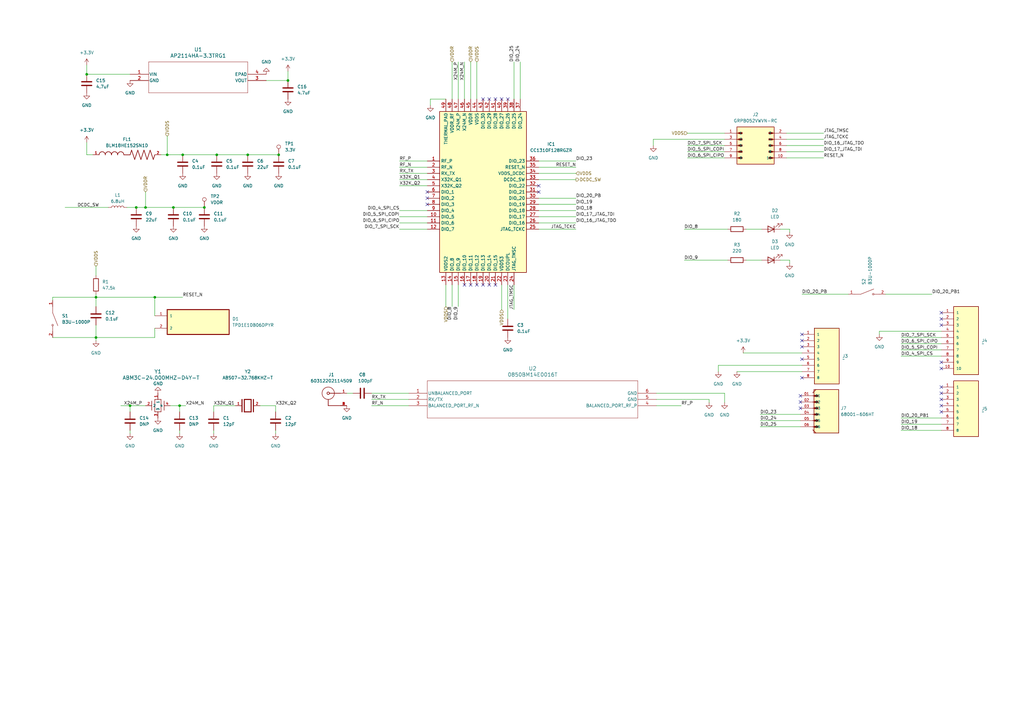
<source format=kicad_sch>
(kicad_sch (version 20230121) (generator eeschema)
  (paper "A3")
  (lib_symbols
    (symbol "10 pin header:6-146278-0" (pin_names (offset 1.016))
      (property "Reference" "J" (at -5.58 15.24 0))
      (property "Value" "6-146278-0" (at -5.08 -15.24 0))
      (symbol "6-146278-0_0_0"
        (pin passive line (at -10.16 12.7 0) (length 5.08) (name "1") (number "1"))
        (pin passive line (at -10.16 -10.16 0) (length 5.08) (name "10") (number "10"))
        (pin passive line (at -10.16 10.16 0) (length 5.08) (name "2") (number "2"))
        (pin passive line (at -10.16 7.62 0) (length 5.08) (name "3") (number "3"))
        (pin passive line (at -10.16 5.08 0) (length 5.08) (name "4") (number "4"))
        (pin passive line (at -10.16 2.54 0) (length 5.08) (name "5") (number "5"))
        (pin passive line (at -10.16 0 0) (length 5.08) (name "6") (number "6"))
        (pin passive line (at -10.16 -2.54 0) (length 5.08) (name "7") (number "7"))
        (pin passive line (at -10.16 -5.08 0) (length 5.08) (name "8") (number "8"))
        (pin passive line (at -10.16 -7.62 0) (length 5.08) (name "9") (number "9"))
      )
    )
    (symbol "2024-05-15_21-53-51:AP2114HA-3.3TRG1" (pin_names (offset 0.254))
      (property "Reference" "U" (at 27.94 10.16 0))
      (property "Value" "AP2114HA-3.3TRG1" (at 27.94 7.62 0))
      (symbol "AP2114HA-3.3TRG1_0_1"
        (pin input line (at 0 0 0) (length 7.62) (name "VIN") (number "1"))
        (pin power_in line (at 0 -2.54 0) (length 7.62) (name "GND") (number "2"))
        (pin output line (at 55.88 -2.54 180) (length 7.62) (name "VOUT") (number "3"))
        (pin unspecified line (at 55.88 0 180) (length 7.62) (name "EPAD") (number "4"))
      )
    )
    (symbol "6 pin:68001-606HT" (pin_names (offset 1.016))
      (property "Reference" "J" (at -5.58 10.16 0))
      (property "Value" "68001-606HT" (at -5.08 -10.16 0))
      (symbol "68001-606HT_0_0"
        (pin passive line (at -10.16 7.62 0) (length 5.08) (name "01") (number "01"))
        (pin passive line (at -10.16 5.08 0) (length 5.08) (name "02") (number "02"))
        (pin passive line (at -10.16 2.54 0) (length 5.08) (name "03") (number "03"))
        (pin passive line (at -10.16 0 0) (length 5.08) (name "04") (number "04"))
        (pin passive line (at -10.16 -2.54 0) (length 5.08) (name "05") (number "05"))
        (pin passive line (at -10.16 -5.08 0) (length 5.08) (name "06") (number "06"))
      )
    )
    (symbol "8 pin header:826926-8" (pin_names (offset 1.016))
      (property "Reference" "J" (at -5.58 12.7 0))
      (property "Value" "826926-8" (at -5.08 -12.7 0))
      (symbol "826926-8_0_0"
        (pin passive line (at -10.16 10.16 0) (length 5.08) (name "1") (number "1"))
        (pin passive line (at -10.16 7.62 0) (length 5.08) (name "2") (number "2"))
        (pin passive line (at -10.16 5.08 0) (length 5.08) (name "3") (number "3"))
        (pin passive line (at -10.16 2.54 0) (length 5.08) (name "4") (number "4"))
        (pin passive line (at -10.16 0 0) (length 5.08) (name "5") (number "5"))
        (pin passive line (at -10.16 -2.54 0) (length 5.08) (name "6") (number "6"))
        (pin passive line (at -10.16 -5.08 0) (length 5.08) (name "7") (number "7"))
        (pin passive line (at -10.16 -7.62 0) (length 5.08) (name "8") (number "8"))
      )
    )
    (symbol "ABM3C_24_000MHZ_D4Y_T:CRYSTAL3"
      (property "Reference" "Y1" (at 5.08 13.97 0))
      (property "Value" "ABM3C-24.000MHZ-D4Y-T" (at 6.35 11.43 0))
      (symbol "CRYSTAL3_1_1"
        (pin passive line (at 5.08 5.08 270) (length 2.54) (name "1") (number "1"))
        (pin input line (at 0 0 0) (length 2.54) (name "2") (number "2"))
        (pin passive line (at 5.08 -5.08 90) (length 2.54) (name "3") (number "3"))
        (pin output line (at 10.16 0 180) (length 2.54) (name "4") (number "4"))
      )
    )
    (symbol "ABS07-32.768KHZ-T:ABS07-32.768KHZ-T" (pin_names (offset 1.016))
      (property "Reference" "Y" (at -5.0878 3.8159 0))
      (property "Value" "ABS07-32.768KHZ-T" (at -5.0944 -5.0944 0))
      (symbol "ABS07-32.768KHZ-T_0_0"
        (pin passive line (at -5.08 0 0) (length 2.54) (name "~") (number "1"))
        (pin passive line (at 5.08 0 180) (length 2.54) (name "~") (number "2"))
      )
    )
    (symbol "BLM18HE152SN1D:BLM18HE152SN1D" (pin_names (offset 1.016))
      (property "Reference" "FL" (at -12.7044 5.0815 0))
      (property "Value" "BLM18HE152SN1D" (at -12.71 -5.0866 0))
      (symbol "BLM18HE152SN1D_0_0"
        (pin passive line (at -15.24 0 0) (length 2.54) (name "~") (number "1"))
        (pin passive line (at 12.7 0 180) (length 2.54) (name "~") (number "2"))
      )
    )
    (symbol "Bolon:0850BM14E0016T" (pin_names (offset 0.254))
      (property "Reference" "U" (at 50.8 10.16 0))
      (property "Value" "0850BM14E0016T" (at 50.8 7.62 0))
      (symbol "0850BM14E0016T_0_1"
        (pin unspecified line (at 0 0 0) (length 7.62) (name "UNBALANCED_PORT") (number "1"))
        (pin unspecified line (at 0 -2.54 0) (length 7.62) (name "RX/TX") (number "2"))
        (pin unspecified line (at 0 -5.08 0) (length 7.62) (name "BALANCED_PORT_RF_N") (number "3"))
        (pin unspecified line (at 101.6 -5.08 180) (length 7.62) (name "BALANCED_PORT_RF_P") (number "4"))
        (pin power_out line (at 101.6 -2.54 180) (length 7.62) (name "GND") (number "5"))
        (pin power_out line (at 101.6 0 180) (length 7.62) (name "GND") (number "6"))
      )
    )
    (symbol "CC1310F128RGZR_test:CC1310F128RGZR"
      (property "Reference" "IC" (at 41.91 25.4 0))
      (property "Value" "CC1310F128RGZR" (at 41.91 22.86 0))
      (symbol "CC1310F128RGZR_1_1"
        (pin passive line (at 0 0 0) (length 5.08) (name "RF_P") (number "1"))
        (pin passive line (at 0 -22.86 0) (length 5.08) (name "DIO_5") (number "10"))
        (pin passive line (at 0 -25.4 0) (length 5.08) (name "DIO_6") (number "11"))
        (pin passive line (at 0 -27.94 0) (length 5.08) (name "DIO_7") (number "12"))
        (pin passive line (at 7.62 -50.8 90) (length 5.08) (name "VDDS2") (number "13"))
        (pin passive line (at 10.16 -50.8 90) (length 5.08) (name "DIO_8") (number "14"))
        (pin passive line (at 12.7 -50.8 90) (length 5.08) (name "DIO_9") (number "15"))
        (pin passive line (at 15.24 -50.8 90) (length 5.08) (name "DIO_10") (number "16"))
        (pin passive line (at 17.78 -50.8 90) (length 5.08) (name "DIO_11") (number "17"))
        (pin passive line (at 20.32 -50.8 90) (length 5.08) (name "DIO_12") (number "18"))
        (pin passive line (at 22.86 -50.8 90) (length 5.08) (name "DIO_13") (number "19"))
        (pin passive line (at 0 -2.54 0) (length 5.08) (name "RF_N") (number "2"))
        (pin passive line (at 25.4 -50.8 90) (length 5.08) (name "DIO_14") (number "20"))
        (pin passive line (at 27.94 -50.8 90) (length 5.08) (name "DIO_15") (number "21"))
        (pin passive line (at 30.48 -50.8 90) (length 5.08) (name "VDDS3") (number "22"))
        (pin passive line (at 33.02 -50.8 90) (length 5.08) (name "DCOUPL") (number "23"))
        (pin passive line (at 35.56 -50.8 90) (length 5.08) (name "JTAG_TMSC") (number "24"))
        (pin passive line (at 45.72 -27.94 180) (length 5.08) (name "JTAG_TCKC") (number "25"))
        (pin passive line (at 45.72 -25.4 180) (length 5.08) (name "DIO_16") (number "26"))
        (pin passive line (at 45.72 -22.86 180) (length 5.08) (name "DIO_17") (number "27"))
        (pin passive line (at 45.72 -20.32 180) (length 5.08) (name "DIO_18") (number "28"))
        (pin passive line (at 45.72 -17.78 180) (length 5.08) (name "DIO_19") (number "29"))
        (pin passive line (at 0 -5.08 0) (length 5.08) (name "RX_TX") (number "3"))
        (pin passive line (at 45.72 -15.24 180) (length 5.08) (name "DIO_20") (number "30"))
        (pin passive line (at 45.72 -12.7 180) (length 5.08) (name "DIO_21") (number "31"))
        (pin passive line (at 45.72 -10.16 180) (length 5.08) (name "DIO_22") (number "32"))
        (pin passive line (at 45.72 -7.62 180) (length 5.08) (name "DCDC_SW") (number "33"))
        (pin passive line (at 45.72 -5.08 180) (length 5.08) (name "VDDS_DCDC") (number "34"))
        (pin passive line (at 45.72 -2.54 180) (length 5.08) (name "RESET_N") (number "35"))
        (pin passive line (at 45.72 0 180) (length 5.08) (name "DIO_23") (number "36"))
        (pin passive line (at 38.1 25.4 270) (length 5.08) (name "DIO_24") (number "37"))
        (pin passive line (at 35.56 25.4 270) (length 5.08) (name "DIO_25") (number "38"))
        (pin passive line (at 33.02 25.4 270) (length 5.08) (name "DIO_26") (number "39"))
        (pin passive line (at 0 -7.62 0) (length 5.08) (name "X32K_Q1") (number "4"))
        (pin passive line (at 30.48 25.4 270) (length 5.08) (name "DIO_27") (number "40"))
        (pin passive line (at 27.94 25.4 270) (length 5.08) (name "DIO_28") (number "41"))
        (pin passive line (at 25.4 25.4 270) (length 5.08) (name "DIO_29") (number "42"))
        (pin passive line (at 22.86 25.4 270) (length 5.08) (name "DIO_30") (number "43"))
        (pin passive line (at 20.32 25.4 270) (length 5.08) (name "VDDS") (number "44"))
        (pin passive line (at 17.78 25.4 270) (length 5.08) (name "VDDR") (number "45"))
        (pin passive line (at 15.24 25.4 270) (length 5.08) (name "X24M_N") (number "46"))
        (pin passive line (at 12.7 25.4 270) (length 5.08) (name "X24M_P") (number "47"))
        (pin passive line (at 10.16 25.4 270) (length 5.08) (name "VDDR_RF") (number "48"))
        (pin passive line (at 7.62 25.4 270) (length 5.08) (name "THERMAL_PAD") (number "49"))
        (pin passive line (at 0 -10.16 0) (length 5.08) (name "X32K_Q2") (number "5"))
        (pin passive line (at 0 -12.7 0) (length 5.08) (name "DIO_1") (number "6"))
        (pin passive line (at 0 -15.24 0) (length 5.08) (name "DIO_2") (number "7"))
        (pin passive line (at 0 -17.78 0) (length 5.08) (name "DIO_3") (number "8"))
        (pin passive line (at 0 -20.32 0) (length 5.08) (name "DIO_4") (number "9"))
      )
    )
    (symbol "Connector Header 10-pin:GRPB052VWVN-RC" (pin_names (offset 1.016))
      (property "Reference" "J" (at -7.62 8.382 0))
      (property "Value" "GRPB052VWVN-RC" (at -7.62 -10.16 0))
      (symbol "GRPB052VWVN-RC_0_0"
        (pin passive line (at -12.7 5.08 0) (length 5.08) (name "1") (number "1"))
        (pin passive line (at 12.7 -5.08 180) (length 5.08) (name "10") (number "10"))
        (pin passive line (at 12.7 5.08 180) (length 5.08) (name "2") (number "2"))
        (pin passive line (at -12.7 2.54 0) (length 5.08) (name "3") (number "3"))
        (pin passive line (at 12.7 2.54 180) (length 5.08) (name "4") (number "4"))
        (pin passive line (at -12.7 0 0) (length 5.08) (name "5") (number "5"))
        (pin passive line (at 12.7 0 180) (length 5.08) (name "6") (number "6"))
        (pin passive line (at -12.7 -2.54 0) (length 5.08) (name "7") (number "7"))
        (pin passive line (at 12.7 -2.54 180) (length 5.08) (name "8") (number "8"))
        (pin passive line (at -12.7 -5.08 0) (length 5.08) (name "9") (number "9"))
      )
    )
    (symbol "Connector:TestPoint" (pin_numbers hide) (pin_names (offset 0.762) hide)
      (property "Reference" "TP" (at 0 6.858 0))
      (property "Value" "TestPoint" (at 0 5.08 0))
      (symbol "TestPoint_1_1"
        (pin passive line (at 0 0 90) (length 2.54) (name "1") (number "1"))
      )
    )
    (symbol "Device:C" (pin_numbers hide) (pin_names (offset 0.254))
      (property "Reference" "C" (at 0.635 2.54 0))
      (property "Value" "C" (at 0.635 -2.54 0))
      (symbol "C_1_1"
        (pin passive line (at 0 3.81 270) (length 2.794) (name "~") (number "1"))
        (pin passive line (at 0 -3.81 90) (length 2.794) (name "~") (number "2"))
      )
    )
    (symbol "Device:L" (pin_numbers hide) (pin_names (offset 1.016) hide)
      (property "Reference" "L" (at -1.27 0 90))
      (property "Value" "L" (at 1.905 0 90))
      (symbol "L_1_1"
        (pin passive line (at 0 3.81 270) (length 1.27) (name "1") (number "1"))
        (pin passive line (at 0 -3.81 90) (length 1.27) (name "2") (number "2"))
      )
    )
    (symbol "Device:LED" (pin_numbers hide) (pin_names (offset 1.016) hide)
      (property "Reference" "D" (at 0 2.54 0))
      (property "Value" "LED" (at 0 -2.54 0))
      (symbol "LED_1_1"
        (pin passive line (at -3.81 0 0) (length 2.54) (name "K") (number "1"))
        (pin passive line (at 3.81 0 180) (length 2.54) (name "A") (number "2"))
      )
    )
    (symbol "Device:R" (pin_numbers hide) (pin_names (offset 0))
      (property "Reference" "R" (at 2.032 0 90))
      (property "Value" "R" (at 0 0 90))
      (symbol "R_1_1"
        (pin passive line (at 0 3.81 270) (length 1.27) (name "~") (number "1"))
        (pin passive line (at 0 -3.81 90) (length 1.27) (name "~") (number "2"))
      )
    )
    (symbol "SMA_Jack:60312202114509" (pin_names (offset 1.016))
      (property "Reference" "J" (at 0 3.556 0))
      (property "Value" "60312202114509" (at 0 -8.128 0))
      (symbol "60312202114509_0_0"
        (pin passive line (at 7.62 0 180) (length 2.54) (name "~") (number "1"))
        (pin passive line (at 7.62 -5.08 180) (length 2.54) (name "~") (number "2"))
        (pin passive line (at 7.62 -5.08 180) (length 2.54) (name "~") (number "3"))
        (pin passive line (at 7.62 -5.08 180) (length 2.54) (name "~") (number "4"))
        (pin passive line (at 7.62 -5.08 180) (length 2.54) (name "~") (number "5"))
      )
    )
    (symbol "SMD SWTCH:B3U-1000P" (pin_names (offset 1.016))
      (property "Reference" "S" (at -2.54 2.54 0))
      (property "Value" "B3U-1000P" (at -2.54 -2.54 0))
      (symbol "B3U-1000P_0_0"
        (pin passive line (at -7.62 0 0) (length 2.54) (name "~") (number "1"))
        (pin passive line (at 7.62 0 180) (length 2.54) (name "~") (number "2"))
      )
    )
    (symbol "Triac diode:TPD1E10B06DPYR" (pin_names (offset 1.016))
      (property "Reference" "D" (at -12.7 6.08 0))
      (property "Value" "TPD1E10B06DPYR" (at -12.7 -9.08 0))
      (symbol "TPD1E10B06DPYR_0_0"
        (pin bidirectional line (at -17.78 2.54 0) (length 5.08) (name "1") (number "1"))
        (pin bidirectional line (at -17.78 -2.54 0) (length 5.08) (name "2") (number "2"))
      )
    )
    (symbol "power:+3.3V" (power) (pin_names (offset 0))
      (property "Value" "+3.3V" (at 0 3.556 0))
      (symbol "+3.3V_1_1"
        (pin power_in line (at 0 0 90) (length 0) hide (name "+3.3V") (number "1"))
      )
    )
    (symbol "power:GND" (power) (pin_names (offset 0))
      (property "Value" "GND" (at 0 -3.81 0))
      (symbol "GND_1_1"
        (pin power_in line (at 0 0 270) (length 0) hide (name "GND") (number "1"))
      )
    )
  )
  (junction (at 39.37 121.92))
  (junction (at 35.56 30.48))
  (junction (at 83.82 85.09))
  (junction (at 101.6 63.5))
  (junction (at 114.3 63.5))
  (junction (at 39.37 138.43))
  (junction (at 71.12 85.09))
  (junction (at 88.9 63.5))
  (junction (at 55.88 85.09))
  (junction (at 63.5 121.92))
  (junction (at 118.11 33.02))
  (junction (at 68.58 63.5))
  (junction (at 59.69 85.09))
  (junction (at 73.66 166.37))
  (junction (at 53.34 166.37))
  (junction (at 74.93 63.5))
  (no_connect (at 175.26 83.82))
  (no_connect (at 386.08 168.91))
  (no_connect (at 205.74 40.64))
  (no_connect (at 200.66 40.64))
  (no_connect (at 386.08 161.29))
  (no_connect (at 195.58 116.84))
  (no_connect (at 386.08 166.37))
  (no_connect (at 328.2956 167.4261))
  (no_connect (at 386.08 163.83))
  (no_connect (at 220.98 76.2))
  (no_connect (at 386.08 158.75))
  (no_connect (at 386.08 133.35))
  (no_connect (at 198.12 40.64))
  (no_connect (at 328.93 137.16))
  (no_connect (at 386.08 130.81))
  (no_connect (at 203.2 116.84))
  (no_connect (at 203.2 40.64))
  (no_connect (at 328.93 147.32))
  (no_connect (at 328.93 154.94))
  (no_connect (at 386.08 151.13))
  (no_connect (at 328.2956 164.8861))
  (no_connect (at 328.2956 162.3461))
  (no_connect (at 386.08 148.59))
  (no_connect (at 386.08 128.27))
  (no_connect (at 198.12 116.84))
  (no_connect (at 208.28 40.64))
  (no_connect (at 328.93 139.7))
  (no_connect (at 220.98 78.74))
  (no_connect (at 328.93 142.24))
  (no_connect (at 200.66 116.84))
  (no_connect (at 175.26 81.28))
  (no_connect (at 190.5 116.84))
  (no_connect (at 193.04 116.84))
  (no_connect (at 175.26 78.74))
  (wire (pts (xy 236.22 73.66) (xy 220.98 73.66)))
  (wire (pts (xy 39.37 121.92) (xy 21.59 121.92)))
  (wire (pts (xy 236.22 93.98) (xy 220.98 93.98)))
  (wire (pts (xy 220.98 66.04) (xy 236.22 66.04)))
  (wire (pts (xy 311.7856 175.0461) (xy 328.2956 175.0461)))
  (wire (pts (xy 369.57 176.53) (xy 386.08 176.53)))
  (wire (pts (xy 63.5 121.92) (xy 39.37 121.92)))
  (wire (pts (xy 369.57 146.05) (xy 386.08 146.05)))
  (wire (pts (xy 213.36 40.64) (xy 213.36 25.4)))
  (wire (pts (xy 63.5 121.92) (xy 63.5 129.54)))
  (wire (pts (xy 163.83 71.12) (xy 175.26 71.12)))
  (wire (pts (xy 175.26 91.44) (xy 163.83 91.44)))
  (wire (pts (xy 163.83 68.58) (xy 175.26 68.58)))
  (wire (pts (xy 306.07 106.68) (xy 312.42 106.68)))
  (wire (pts (xy 87.63 176.53) (xy 87.63 177.8)))
  (wire (pts (xy 49.53 166.37) (xy 53.34 166.37)))
  (wire (pts (xy 73.66 166.37) (xy 73.66 168.91)))
  (wire (pts (xy 55.88 85.09) (xy 59.69 85.09)))
  (wire (pts (xy 267.97 57.15) (xy 267.97 59.69)))
  (wire (pts (xy 176.53 40.64) (xy 182.88 40.64)))
  (wire (pts (xy 187.96 116.84) (xy 187.96 125.73)))
  (wire (pts (xy 328.93 149.86) (xy 294.64 149.86)))
  (wire (pts (xy 220.98 83.82) (xy 236.22 83.82)))
  (wire (pts (xy 311.7856 172.5061) (xy 328.2956 172.5061)))
  (wire (pts (xy 175.26 86.36) (xy 163.83 86.36)))
  (wire (pts (xy 182.88 116.84) (xy 182.88 125.73)))
  (wire (pts (xy 220.98 81.28) (xy 236.22 81.28)))
  (wire (pts (xy 363.22 120.65) (xy 382.27 120.65)))
  (wire (pts (xy 369.57 171.45) (xy 386.08 171.45)))
  (wire (pts (xy 322.58 64.77) (xy 337.82 64.77)))
  (wire (pts (xy 35.56 26.67) (xy 35.56 30.48)))
  (wire (pts (xy 210.82 40.64) (xy 210.82 25.4)))
  (wire (pts (xy 39.37 138.43) (xy 63.5 138.43)))
  (wire (pts (xy 304.8 144.78) (xy 328.93 144.78)))
  (wire (pts (xy 195.58 25.4) (xy 195.58 40.64)))
  (wire (pts (xy 369.57 138.43) (xy 386.08 138.43)))
  (wire (pts (xy 69.85 166.37) (xy 73.66 166.37)))
  (wire (pts (xy 71.12 85.09) (xy 83.82 85.09)))
  (wire (pts (xy 88.9 63.5) (xy 101.6 63.5)))
  (wire (pts (xy 269.24 163.83) (xy 290.83 163.83)))
  (wire (pts (xy 269.24 161.29) (xy 297.18 161.29)))
  (wire (pts (xy 21.59 138.43) (xy 39.37 138.43)))
  (wire (pts (xy 290.83 163.83) (xy 290.83 165.1)))
  (wire (pts (xy 322.58 62.23) (xy 337.82 62.23)))
  (wire (pts (xy 322.58 54.61) (xy 337.82 54.61)))
  (wire (pts (xy 281.94 62.23) (xy 297.18 62.23)))
  (wire (pts (xy 267.97 57.15) (xy 297.18 57.15)))
  (wire (pts (xy 311.7856 169.9661) (xy 328.2956 169.9661)))
  (wire (pts (xy 193.04 25.4) (xy 193.04 40.64)))
  (wire (pts (xy 68.58 55.88) (xy 68.58 63.5)))
  (wire (pts (xy 190.5 25.4) (xy 190.5 40.64)))
  (wire (pts (xy 35.56 30.48) (xy 53.34 30.48)))
  (wire (pts (xy 281.94 64.77) (xy 297.18 64.77)))
  (wire (pts (xy 74.93 121.92) (xy 63.5 121.92)))
  (wire (pts (xy 297.18 161.29) (xy 297.18 165.1)))
  (wire (pts (xy 175.26 88.9) (xy 163.83 88.9)))
  (wire (pts (xy 328.93 120.65) (xy 347.98 120.65)))
  (wire (pts (xy 59.69 78.74) (xy 59.69 85.09)))
  (wire (pts (xy 163.83 76.2) (xy 175.26 76.2)))
  (wire (pts (xy 281.94 59.69) (xy 297.18 59.69)))
  (wire (pts (xy 236.22 68.58) (xy 220.98 68.58)))
  (wire (pts (xy 369.57 143.51) (xy 386.08 143.51)))
  (wire (pts (xy 74.93 63.5) (xy 88.9 63.5)))
  (wire (pts (xy 322.58 57.15) (xy 337.82 57.15)))
  (wire (pts (xy 118.11 29.21) (xy 118.11 33.02)))
  (wire (pts (xy 280.67 93.98) (xy 298.45 93.98)))
  (wire (pts (xy 113.03 166.37) (xy 113.03 168.91)))
  (wire (pts (xy 53.34 166.37) (xy 59.69 166.37)))
  (wire (pts (xy 185.42 116.84) (xy 185.42 125.73)))
  (wire (pts (xy 220.98 91.44) (xy 236.22 91.44)))
  (wire (pts (xy 87.63 166.37) (xy 87.63 168.91)))
  (wire (pts (xy 53.34 166.37) (xy 53.34 168.91)))
  (wire (pts (xy 386.08 135.89) (xy 360.68 135.89)))
  (wire (pts (xy 113.03 176.53) (xy 113.03 177.8)))
  (wire (pts (xy 323.85 95.25) (xy 323.85 93.98)))
  (wire (pts (xy 52.07 85.09) (xy 55.88 85.09)))
  (wire (pts (xy 320.04 106.68) (xy 323.85 106.68)))
  (wire (pts (xy 175.26 93.98) (xy 163.83 93.98)))
  (wire (pts (xy 39.37 113.03) (xy 39.37 109.22)))
  (wire (pts (xy 208.28 130.81) (xy 208.28 116.84)))
  (wire (pts (xy 163.83 66.04) (xy 175.26 66.04)))
  (wire (pts (xy 26.67 85.09) (xy 44.45 85.09)))
  (wire (pts (xy 320.04 93.98) (xy 323.85 93.98)))
  (wire (pts (xy 210.82 116.84) (xy 210.82 127)))
  (wire (pts (xy 87.63 166.37) (xy 96.52 166.37)))
  (wire (pts (xy 220.98 88.9) (xy 236.22 88.9)))
  (wire (pts (xy 369.57 173.99) (xy 386.08 173.99)))
  (wire (pts (xy 39.37 121.92) (xy 39.37 125.73)))
  (wire (pts (xy 187.96 25.4) (xy 187.96 40.64)))
  (wire (pts (xy 369.57 140.97) (xy 386.08 140.97)))
  (wire (pts (xy 294.64 149.86) (xy 294.64 152.4)))
  (wire (pts (xy 106.68 166.37) (xy 113.03 166.37)))
  (wire (pts (xy 59.69 85.09) (xy 71.12 85.09)))
  (wire (pts (xy 68.58 63.5) (xy 74.93 63.5)))
  (wire (pts (xy 73.66 176.53) (xy 73.66 177.8)))
  (wire (pts (xy 205.74 127) (xy 205.74 116.84)))
  (wire (pts (xy 360.68 135.89) (xy 360.68 137.16)))
  (wire (pts (xy 109.22 33.02) (xy 118.11 33.02)))
  (wire (pts (xy 323.85 106.68) (xy 323.85 107.95)))
  (wire (pts (xy 63.5 138.43) (xy 63.5 134.62)))
  (wire (pts (xy 39.37 120.65) (xy 39.37 121.92)))
  (wire (pts (xy 236.22 71.12) (xy 220.98 71.12)))
  (wire (pts (xy 66.04 63.5) (xy 68.58 63.5)))
  (wire (pts (xy 53.34 176.53) (xy 53.34 177.8)))
  (wire (pts (xy 176.53 40.64) (xy 176.53 43.18)))
  (wire (pts (xy 152.4 166.37) (xy 167.64 166.37)))
  (wire (pts (xy 306.07 93.98) (xy 312.42 93.98)))
  (wire (pts (xy 185.42 25.4) (xy 185.42 40.64)))
  (wire (pts (xy 322.58 59.69) (xy 337.82 59.69)))
  (wire (pts (xy 220.98 86.36) (xy 236.22 86.36)))
  (wire (pts (xy 73.66 166.37) (xy 76.2 166.37)))
  (wire (pts (xy 101.6 63.5) (xy 114.3 63.5)))
  (wire (pts (xy 269.24 166.37) (xy 279.4 166.37)))
  (wire (pts (xy 39.37 133.35) (xy 39.37 138.43)))
  (wire (pts (xy 302.26 152.4) (xy 328.93 152.4)))
  (wire (pts (xy 35.56 63.5) (xy 38.1 63.5)))
  (wire (pts (xy 35.56 63.5) (xy 35.56 58.42)))
  (wire (pts (xy 142.24 161.29) (xy 144.78 161.29)))
  (wire (pts (xy 152.4 163.83) (xy 167.64 163.83)))
  (wire (pts (xy 280.67 106.68) (xy 298.45 106.68)))
  (wire (pts (xy 39.37 138.43) (xy 39.37 139.7)))
  (wire (pts (xy 163.83 73.66) (xy 175.26 73.66)))
  (wire (pts (xy 152.4 161.29) (xy 167.64 161.29)))
  (wire (pts (xy 281.94 54.61) (xy 297.18 54.61)))
  (wire (pts (xy 21.59 121.92) (xy 21.59 123.19)))
  (label "DIO_19" (at 369.57 173.99 0))
  (label "DIO_23" (at 311.7856 169.9661 0))
  (label "RF_N" (at 152.4 166.37 0))
  (label "DIO_20_PB1" (at 382.27 120.65 0))
  (label "DIO_5_SPI_COPI" (at 281.94 62.23 0))
  (label "JTAG_TMSC" (at 210.82 127 90))
  (label "DIO_20_PB" (at 328.93 120.65 0))
  (label "RESET_N" (at 236.22 68.58 180))
  (label "JTAG_TCKC" (at 236.22 93.98 180))
  (label "DIO_24" (at 213.36 25.4 90))
  (label "DIO_25" (at 311.7856 175.0461 0))
  (label "DIO_6_SPI_CIPO" (at 281.94 64.77 0))
  (label "X24M_P" (at 187.96 25.4 270))
  (label "RF_N" (at 163.83 68.58 0))
  (label "X24M_N" (at 76.2 166.37 0))
  (label "DIO_7_SPI_SCK" (at 281.94 59.69 0))
  (label "RX_TX" (at 163.83 71.12 0))
  (label "X24M_N" (at 190.5 25.4 270))
  (label "DIO_4_SPI_CS" (at 163.83 86.36 180))
  (label "DIO_23" (at 236.22 66.04 0))
  (label "RESET_N" (at 74.93 121.92 0))
  (label "DIO_7_SPI_SCK" (at 163.83 93.98 180))
  (label "DIO_5_SPI_COPI" (at 163.83 88.9 180))
  (label "JTAG_TCKC" (at 337.82 57.15 0))
  (label "DIO_24" (at 311.7856 172.5061 0))
  (label "X32K_Q1" (at 87.63 166.37 0))
  (label "DCDC_SW" (at 31.75 85.09 0))
  (label "DIO_17_JTAG_TDI" (at 337.82 62.23 0))
  (label "DIO_20_PB" (at 236.22 81.28 0))
  (label "DIO_7_SPI_SCK" (at 369.57 138.43 0))
  (label "DIO_18" (at 236.22 86.36 0))
  (label "DIO_6_SPI_CIPO" (at 369.57 140.97 0))
  (label "DIO_9" (at 187.96 125.73 270))
  (label "DIO_16_JTAG_TDO" (at 337.82 59.69 0))
  (label "X32K_Q1" (at 163.83 73.66 0))
  (label "X32K_Q2" (at 163.83 76.2 0))
  (label "RF_P" (at 279.4 166.37 0))
  (label "DIO_25" (at 210.82 25.4 90))
  (label "RF_P" (at 163.83 66.04 0))
  (label "DIO_4_SPI_CS" (at 369.57 146.05 0))
  (label "DIO_17_JTAG_TDI" (at 236.22 88.9 0))
  (label "JTAG_TMSC" (at 337.82 54.61 0))
  (label "DIO_8" (at 185.42 125.73 270))
  (label "X32K_Q2" (at 113.03 166.37 0))
  (label "DIO_8" (at 280.67 93.98 0))
  (label "DIO_5_SPI_COPI" (at 369.57 143.51 0))
  (label "DIO_18" (at 369.57 176.53 0))
  (label "DIO_6_SPI_CIPO" (at 163.83 91.44 180))
  (label "X24M_P" (at 50.8 166.37 0))
  (label "RX_TX" (at 152.4 163.83 0))
  (label "DIO_20_PB1" (at 369.57 171.45 0))
  (label "DIO_19" (at 236.22 83.82 0))
  (label "DIO_16_JTAG_TDO" (at 236.22 91.44 0))
  (label "DIO_9" (at 280.67 106.68 0))
  (label "RESET_N" (at 337.82 64.77 0))
  (hierarchical_label "VDDR" (shape input) (at 193.04 25.4 90))
  (hierarchical_label "VDDS" (shape input) (at 195.58 25.4 90))
  (hierarchical_label "VDDS" (shape input) (at 68.58 55.88 90))
  (hierarchical_label "VDDS" (shape input) (at 39.37 109.22 90))
  (hierarchical_label "VDDS" (shape input) (at 182.88 125.73 270))
  (hierarchical_label "DCDC_SW" (shape output) (at 236.22 73.66 0))
  (hierarchical_label "VDDS" (shape input) (at 236.22 71.12 0))
  (hierarchical_label "VDDS" (shape input) (at 205.74 127 270))
  (hierarchical_label "VDDR" (shape input) (at 185.42 25.4 90))
  (hierarchical_label "VDDS" (shape input) (at 281.94 54.61 180))
  (hierarchical_label "VDDR" (shape input) (at 59.69 78.74 90))
  (symbol (lib_id "power:GND") (at 118.11 40.64 0) (unit 1)
    (property "Reference" "#PWR031" (effects hide))
    (property "Value" "GND" (at 118.11 45.72 0))
  )
  (symbol (lib_id "2024-05-15_21-53-51:AP2114HA-3.3TRG1") (at 53.34 30.48 0) (unit 1)
    (property "Reference" "U1" (at 81.28 20.32 0) (effects (font (size 1.524 1.524))))
    (property "Value" "AP2114HA-3.3TRG1" (at 81.28 22.86 0) (effects (font (size 1.524 1.524))))
    (property "Footprint" "v reg:SOT-223_DIO-M" (effects hide))
    (property "Datasheet" "AP2114HA-3.3TRG1" (effects hide))
  )
  (symbol (lib_id "power:GND") (at 35.56 38.1 0) (unit 1)
    (property "Reference" "#PWR030" (effects hide))
    (property "Value" "GND" (at 35.56 43.18 0))
  )
  (symbol (lib_id "Bolon:0850BM14E0016T") (at 167.64 161.29 0) (unit 1)
    (property "Reference" "U2" (at 218.44 151.13 0) (effects (font (size 1.524 1.524))))
    (property "Value" "0850BM14E0016T" (at 218.44 153.67 0) (effects (font (size 1.524 1.524))))
    (property "Footprint" "Bolun:0850BM14E0016T_JOT-L" (effects hide))
    (property "Datasheet" "0850BM14E0016T" (effects hide))
  )
  (symbol (lib_id "BLM18HE152SN1D:BLM18HE152SN1D") (at 53.34 63.5 0) (unit 1)
    (property "Reference" "FL1" (at 52.07 57.15 0))
    (property "Value" "BLM18HE152SN1D" (at 52.07 59.69 0))
    (property "Footprint" "BEADC1608X95N:BEADC1608X95N" (effects hide))
  )
  (symbol (lib_id "power:GND") (at 73.66 177.8 0) (unit 1)
    (property "Reference" "#PWR019" (effects hide))
    (property "Value" "GND" (at 73.66 182.88 0))
  )
  (symbol (lib_id "Device:C") (at 87.63 172.72 0) (unit 1)
    (property "Reference" "C1" (at 91.44 171.45 0) (effects (justify left)))
    (property "Value" "12pF" (at 91.44 173.99 0) (effects (justify left)))
    (property "Footprint" "Capacitor_SMD:C_0402_1005Metric" (effects hide))
  )
  (symbol (lib_id "SMD SWTCH:B3U-1000P") (at 355.6 120.65 0) (unit 1)
    (property "Reference" "S2" (at 354.33 116.84 90) (effects (justify left)))
    (property "Value" "B3U-1000P" (at 356.87 116.84 90) (effects (justify left)))
    (property "Footprint" "SW_B3U-1000P.:SW_B3U-1000P" (effects hide))
    (property "MF" "Omron" (effects hide))
    (property "DESCRIPTION" "Tactile Switch SPST-NO Top Actuated Surface Mount" (effects hide))
    (property "PACKAGE" "None" (effects hide))
    (property "PRICE" "None" (effects hide))
    (property "MP" "B3U-1000P" (effects hide))
    (property "AVAILABILITY" "Unavailable" (effects hide))
  )
  (symbol (lib_id "Device:C") (at 73.66 172.72 0) (unit 1)
    (property "Reference" "C13" (at 77.47 171.45 0) (effects (justify left)))
    (property "Value" "DNP" (at 77.47 173.99 0) (effects (justify left)))
    (property "Footprint" "Capacitor_SMD:C_0402_1005Metric" (effects hide))
  )
  (symbol (lib_id "power:GND") (at 53.34 33.02 0) (unit 1)
    (property "Reference" "#PWR028" (effects hide))
    (property "Value" "GND" (at 53.34 38.1 0))
  )
  (symbol (lib_id "power:GND") (at 294.64 152.4 0) (unit 1)
    (property "Reference" "#PWR025" (effects hide))
    (property "Value" "GND" (at 294.64 157.48 0))
  )
  (symbol (lib_id "power:GND") (at 297.18 165.1 0) (unit 1)
    (property "Reference" "#PWR015" (effects hide))
    (property "Value" "GND" (at 297.18 170.18 0))
  )
  (symbol (lib_id "Device:C") (at 71.12 88.9 0) (unit 1)
    (property "Reference" "C10" (at 74.93 87.63 0) (effects (justify left)))
    (property "Value" "0.1uF" (at 74.93 90.17 0) (effects (justify left)))
    (property "Footprint" "Capacitor_SMD:C_0402_1005Metric" (effects hide))
  )
  (symbol (lib_id "ABM3C_24_000MHZ_D4Y_T:CRYSTAL3") (at 59.69 166.37 0) (unit 1)
    (property "Reference" "Y1" (at 64.77 152.4 0) (effects (font (size 1.524 1.524))))
    (property "Value" "ABM3C-24.000MHZ-D4Y-T" (at 66.04 154.94 0) (effects (font (size 1.524 1.524))))
    (property "Footprint" "ABM3C-24-000MHZ-D4Y-T:ABM3C-24.000MHZ-D4Y-T" (effects hide))
  )
  (symbol (lib_id "power:GND") (at 39.37 139.7 0) (unit 1)
    (property "Reference" "#PWR018" (effects hide))
    (property "Value" "GND" (at 39.37 144.78 0))
  )
  (symbol (lib_id "power:GND") (at 267.97 59.69 0) (unit 1)
    (property "Reference" "#PWR021" (effects hide))
    (property "Value" "GND" (at 267.97 64.77 0))
  )
  (symbol (lib_id "SMA_Jack:60312202114509") (at 134.62 161.29 0) (unit 1)
    (property "Reference" "J1" (at 135.9035 153.67 0))
    (property "Value" "60312202114509" (at 135.9035 156.21 0))
    (property "Footprint" "60312202114509:60312202114509" (effects hide))
    (property "MF" "Wurth Electronics" (effects hide))
    (property "Description" "\nRF COAX CONN, SMA JACK, 50 OHM, PCB;\n" (effects hide))
    (property "Package" "None" (effects hide))
    (property "MOUNT" "End Launch" (effects hide))
    (property "Check_prices" "https://www.snapeda.com/parts/60312202114509/Wurth+Electronics+Inc/view-part/?ref=eda" (effects hide))
    (property "VALUE" "60312202114509" (effects hide))
    (property "Price" "None" (effects hide))
    (property "PART-NUMBER" "60312202114509" (effects hide))
    (property "SnapEDA_Link" "https://www.snapeda.com/parts/60312202114509/Wurth+Electronics+Inc/view-part/?ref=snap" (effects hide))
    (property "DATASHEET-URL" "https://www.we-online.com/redexpert/spec/60312202114509?ae" (effects hide))
    (property "MP" "60312202114509" (effects hide))
    (property "Purchase-URL" "https://www.snapeda.com/api/url_track_click_mouser/?unipart_id=8168364&manufacturer=Wurth Electronics&part_name=60312202114509&search_term=female sma 50 ohm pcb" (effects hide))
    (property "INTERFACE" "MIL-STD-348" (effects hide))
    (property "IMPEDANCE" "50Ohm" (effects hide))
    (property "Availability" "In Stock" (effects hide))
    (property "FREQUENCY-RANGE" "DC~18 GHz" (effects hide))
    (property "SIZE" "Straight Jack" (effects hide))
  )
  (symbol (lib_id "8 pin header:826926-8") (at 396.24 168.91 0) (unit 1)
    (property "Reference" "J5" (at 402.59 167.64 0) (effects (justify left)))
    (property "Value" "~" (at 402.59 168.91 0) (effects (justify left)))
    (property "Footprint" "TE_826926-8:TE_826926-8" (effects hide))
    (property "Check_prices" "https://www.snapeda.com/parts/826926-8/TE+Connectivity+AMP+Connectors/view-part/?ref=eda" (effects hide))
    (property "Package" "None" (effects hide))
    (property "STANDARD" "Manufacturer Recommendations" (effects hide))
    (property "PARTREV" "R" (effects hide))
    (property "SnapEDA_Link" "https://www.snapeda.com/parts/826926-8/TE+Connectivity+AMP+Connectors/view-part/?ref=snap" (effects hide))
    (property "Purchase-URL" "https://www.snapeda.com/api/url_track_click_mouser/?unipart_id=1405847&manufacturer=TE Connectivity&part_name=826926-8&search_term=headers, 6p header tin single row" (effects hide))
    (property "Number_of_Positions" "8" (effects hide))
    (property "MANUFACTURER" "TE" (effects hide))
    (property "Comment" "826926-8" (effects hide))
    (property "MF" "TE Connectivity" (effects hide))
    (property "Product_Type" "Connector" (effects hide))
    (property "Description" "\n8w Single row straight header Tin | TE Connectivity 826926-8\n" (effects hide))
    (property "Price" "None" (effects hide))
    (property "MP" "826926-8" (effects hide))
    (property "EU_RoHS_Compliance" "Compliant" (effects hide))
    (property "Availability" "In Stock" (effects hide))
    (property "Centerline_Pitch" "2.54 mm[.1 in]" (effects hide))
  )
  (symbol (lib_id "Device:LED") (at 316.23 93.98 180) (unit 1)
    (property "Reference" "D2" (at 317.8175 86.36 0))
    (property "Value" "LED" (at 317.8175 88.9 0))
    (property "Footprint" "LED_SMD:LED_0603_1608Metric" (effects hide))
  )
  (symbol (lib_id "Device:R") (at 302.26 93.98 90) (unit 1)
    (property "Reference" "R2" (at 302.26 87.63 90))
    (property "Value" "180" (at 302.26 90.17 90))
    (property "Footprint" "Resistor_SMD:R_0603_1608Metric" (effects hide))
  )
  (symbol (lib_id "power:GND") (at 71.12 92.71 0) (unit 1)
    (property "Reference" "#PWR016" (effects hide))
    (property "Value" "GND" (at 71.12 97.79 0))
  )
  (symbol (lib_id "power:GND") (at 55.88 92.71 0) (unit 1)
    (property "Reference" "#PWR013" (effects hide))
    (property "Value" "GND" (at 55.88 97.79 0))
  )
  (symbol (lib_id "power:+3.3V") (at 304.8 144.78 0) (unit 1)
    (property "Reference" "#PWR024" (effects hide))
    (property "Value" "R3 SUP" (at 304.8 139.7 0))
  )
  (symbol (lib_id "power:GND") (at 302.26 152.4 0) (unit 1)
    (property "Reference" "#PWR026" (effects hide))
    (property "Value" "GND" (at 302.26 157.48 0))
  )
  (symbol (lib_id "Device:C") (at 113.03 172.72 0) (unit 1)
    (property "Reference" "C2" (at 116.84 171.45 0) (effects (justify left)))
    (property "Value" "12pF" (at 116.84 173.99 0) (effects (justify left)))
    (property "Footprint" "Capacitor_SMD:C_0402_1005Metric" (effects hide))
  )
  (symbol (lib_id "Device:L") (at 48.26 85.09 90) (unit 1)
    (property "Reference" "L1" (at 48.26 80.01 90))
    (property "Value" "6.8uH" (at 48.26 82.55 90))
    (property "Footprint" "Inductor_SMD:L_0603_1608Metric" (effects hide))
  )
  (symbol (lib_id "SMD SWTCH:B3U-1000P") (at 21.59 130.81 270) (unit 1)
    (property "Reference" "S1" (at 25.4 129.54 90) (effects (justify left)))
    (property "Value" "B3U-1000P" (at 25.4 132.08 90) (effects (justify left)))
    (property "Footprint" "SW_B3U-1000P.:SW_B3U-1000P" (effects hide))
    (property "MF" "Omron" (effects hide))
    (property "DESCRIPTION" "Tactile Switch SPST-NO Top Actuated Surface Mount" (effects hide))
    (property "PACKAGE" "None" (effects hide))
    (property "PRICE" "None" (effects hide))
    (property "MP" "B3U-1000P" (effects hide))
    (property "AVAILABILITY" "Unavailable" (effects hide))
  )
  (symbol (lib_id "Device:R") (at 39.37 116.84 0) (unit 1)
    (property "Reference" "R1" (at 41.91 115.57 0) (effects (justify left)))
    (property "Value" "47.5k" (at 41.91 118.11 0) (effects (justify left)))
    (property "Footprint" "Resistor_SMD:R_0603_1608Metric" (effects hide))
  )
  (symbol (lib_id "power:GND") (at 109.22 30.48 180) (unit 1)
    (property "Reference" "#PWR029" (effects hide))
    (property "Value" "GND" (at 109.22 25.4 0))
  )
  (symbol (lib_id "Device:C") (at 101.6 67.31 0) (unit 1)
    (property "Reference" "C6" (at 105.41 66.04 0) (effects (justify left)))
    (property "Value" "22uF" (at 105.41 68.58 0) (effects (justify left)))
    (property "Footprint" "Capacitor_SMD:C_0402_1005Metric" (effects hide))
  )
  (symbol (lib_id "ABS07-32.768KHZ-T:ABS07-32.768KHZ-T") (at 101.6 166.37 0) (unit 1)
    (property "Reference" "Y2" (at 101.6 152.4 0))
    (property "Value" "ABS07-32.768KHZ-T" (at 101.6 154.94 0))
    (property "Footprint" "XTAL_ABS07-32.768KHZ-T:XTAL_ABS07-32.768KHZ-T" (effects hide))
    (property "MF" "Abracon" (effects hide))
    (property "Purchase-URL" "https://www.snapeda.com/api/url_track_click_mouser/?unipart_id=51000&manufacturer=Abracon&part_name=ABS07-32.768KHZ-T&search_term=abs07-32.768khz-t" (effects hide))
    (property "Package" "SMD-2 Abracon LLC" (effects hide))
    (property "Price" "None" (effects hide))
    (property "Check_prices" "https://www.snapeda.com/parts/ABS07-32.768KHZ-T/Abracon+LLC/view-part/?ref=eda" (effects hide))
    (property "SnapEDA_Link" "https://www.snapeda.com/parts/ABS07-32.768KHZ-T/Abracon+LLC/view-part/?ref=snap" (effects hide))
    (property "MP" "ABS07-32.768KHZ-T" (effects hide))
    (property "Availability" "In Stock" (effects hide))
    (property "Description" "\n32.768 kHz ±20ppm Crystal 12.5pF 70 kOhms 2-SMD, No Lead\n" (effects hide))
  )
  (symbol (lib_id "Device:C") (at 39.37 129.54 0) (unit 1)
    (property "Reference" "C12" (at 43.18 128.27 0) (effects (justify left)))
    (property "Value" "0.1uF" (at 43.18 130.81 0) (effects (justify left)))
    (property "Footprint" "Capacitor_SMD:C_0402_1005Metric" (effects hide))
  )
  (symbol (lib_id "power:GND") (at 87.63 177.8 0) (unit 1)
    (property "Reference" "#PWR03" (effects hide))
    (property "Value" "GND" (at 87.63 182.88 0))
  )
  (symbol (lib_id "power:GND") (at 74.93 71.12 0) (unit 1)
    (property "Reference" "#PWR06" (effects hide))
    (property "Value" "GND" (at 74.93 76.2 0))
  )
  (symbol (lib_id "Device:C") (at 53.34 172.72 0) (unit 1)
    (property "Reference" "C14" (at 57.15 171.45 0) (effects (justify left)))
    (property "Value" "DNP" (at 57.15 173.99 0) (effects (justify left)))
    (property "Footprint" "Capacitor_SMD:C_0402_1005Metric" (effects hide))
  )
  (symbol (lib_id "Device:C") (at 114.3 67.31 0) (unit 1)
    (property "Reference" "C7" (at 118.11 66.04 0) (effects (justify left)))
    (property "Value" "0.1uF" (at 118.11 68.58 0) (effects (justify left)))
    (property "Footprint" "Capacitor_SMD:C_0402_1005Metric" (effects hide))
  )
  (symbol (lib_id "8 pin header:826926-8") (at 339.09 147.32 0) (unit 1)
    (property "Reference" "J3" (at 345.44 146.05 0) (effects (justify left)))
    (property "Value" "~" (at 345.44 147.32 0) (effects (justify left)))
    (property "Footprint" "TE_826926-8:TE_826926-8" (effects hide))
    (property "Check_prices" "https://www.snapeda.com/parts/826926-8/TE+Connectivity+AMP+Connectors/view-part/?ref=eda" (effects hide))
    (property "Package" "None" (effects hide))
    (property "STANDARD" "Manufacturer Recommendations" (effects hide))
    (property "PARTREV" "R" (effects hide))
    (property "SnapEDA_Link" "https://www.snapeda.com/parts/826926-8/TE+Connectivity+AMP+Connectors/view-part/?ref=snap" (effects hide))
    (property "Purchase-URL" "https://www.snapeda.com/api/url_track_click_mouser/?unipart_id=1405847&manufacturer=TE Connectivity&part_name=826926-8&search_term=headers, 6p header tin single row" (effects hide))
    (property "Number_of_Positions" "8" (effects hide))
    (property "MANUFACTURER" "TE" (effects hide))
    (property "Comment" "826926-8" (effects hide))
    (property "MF" "TE Connectivity" (effects hide))
    (property "Product_Type" "Connector" (effects hide))
    (property "Description" "\n8w Single row straight header Tin | TE Connectivity 826926-8\n" (effects hide))
    (property "Price" "None" (effects hide))
    (property "MP" "826926-8" (effects hide))
    (property "EU_RoHS_Compliance" "Compliant" (effects hide))
    (property "Availability" "In Stock" (effects hide))
    (property "Centerline_Pitch" "2.54 mm[.1 in]" (effects hide))
  )
  (symbol (lib_id "Device:C") (at 55.88 88.9 0) (unit 1)
    (property "Reference" "C9" (at 59.69 87.63 0) (effects (justify left)))
    (property "Value" "22uF" (at 59.69 90.17 0) (effects (justify left)))
    (property "Footprint" "Capacitor_SMD:C_0402_1005Metric" (effects hide))
  )
  (symbol (lib_id "power:GND") (at 114.3 71.12 0) (unit 1)
    (property "Reference" "#PWR09" (effects hide))
    (property "Value" "GND" (at 114.3 76.2 0))
  )
  (symbol (lib_id "Device:C") (at 148.59 161.29 90) (unit 1)
    (property "Reference" "C8" (at 148.59 153.67 90))
    (property "Value" "100pF" (at 149.86 156.21 90))
    (property "Footprint" "Capacitor_SMD:C_0402_1005Metric" (effects hide))
  )
  (symbol (lib_id "power:GND") (at 323.85 95.25 0) (unit 1)
    (property "Reference" "#PWR023" (effects hide))
    (property "Value" "GND" (at 323.85 100.33 0))
  )
  (symbol (lib_id "power:GND") (at 142.24 166.37 0) (unit 1)
    (property "Reference" "#PWR012" (effects hide))
    (property "Value" "GND" (at 142.24 171.45 0))
  )
  (symbol (lib_id "power:GND") (at 323.85 107.95 0) (unit 1)
    (property "Reference" "#PWR022" (effects hide))
    (property "Value" "GND" (at 323.85 113.03 0))
  )
  (symbol (lib_id "power:GND") (at 53.34 177.8 0) (unit 1)
    (property "Reference" "#PWR020" (effects hide))
    (property "Value" "GND" (at 53.34 182.88 0))
  )
  (symbol (lib_id "power:GND") (at 360.68 137.16 0) (unit 1)
    (property "Reference" "#PWR027" (effects hide))
    (property "Value" "GND" (at 360.68 142.24 0))
  )
  (symbol (lib_id "Device:C") (at 118.11 36.83 0) (unit 1)
    (property "Reference" "C16" (at 121.92 35.56 0) (effects (justify left)))
    (property "Value" "4.7uF" (at 121.92 38.1 0) (effects (justify left)))
    (property "Footprint" "Capacitor_SMD:C_0402_1005Metric" (effects hide))
  )
  (symbol (lib_id "power:GND") (at 83.82 92.71 0) (unit 1)
    (property "Reference" "#PWR017" (effects hide))
    (property "Value" "GND" (at 83.82 97.79 0))
  )
  (symbol (lib_id "Triac diode:TPD1E10B06DPYR") (at 81.28 132.08 0) (unit 1)
    (property "Reference" "D1" (at 95.25 130.81 0) (effects (justify left)))
    (property "Value" "TPD1E10B06DPYR" (at 95.25 133.35 0) (effects (justify left)))
    (property "Footprint" "DIO_TPD1E05U06DPYR:DIO_TPD1E05U06DPYR" (effects hide))
  )
  (symbol (lib_id "power:+3.3V") (at 118.11 29.21 0) (unit 1)
    (property "Reference" "#PWR032" (effects hide))
    (property "Value" "+3.3V" (at 118.11 24.13 0))
  )
  (symbol (lib_id "Device:C") (at 35.56 34.29 0) (unit 1)
    (property "Reference" "C15" (at 39.37 33.02 0) (effects (justify left)))
    (property "Value" "4.7uF" (at 39.37 35.56 0) (effects (justify left)))
    (property "Footprint" "Capacitor_SMD:C_0402_1005Metric" (effects hide))
  )
  (symbol (lib_id "6 pin:68001-606HT") (at 338.4556 169.9661 0) (unit 1)
    (property "Reference" "J7" (at 344.8056 167.4261 0) (effects (justify left)))
    (property "Value" "68001-606HT" (at 344.8056 169.9661 0) (effects (justify left)))
    (property "Footprint" "AMPHENOL_68001-606HT:AMPHENOL_68001-606HT" (effects hide))
    (property "MF" "Amphenol ICC (FCI)" (effects hide))
    (property "Description" "\nBergStik®, Board to Board connector, Unshrouded vertical header, Through Hole, Single Row, , 6 Positions, 2.54 mm (0.100in) Pitch.\n" (effects hide))
    (property "Package" "None" (effects hide))
    (property "Price" "None" (effects hide))
    (property "Check_prices" "https://www.snapeda.com/parts/68001-606HT/Amphenol+FCI/view-part/?ref=eda" (effects hide))
    (property "STANDARD" "Manufacturer Recommendations" (effects hide))
    (property "PARTREV" "DF" (effects hide))
    (property "SnapEDA_Link" "https://www.snapeda.com/parts/68001-606HT/Amphenol+FCI/view-part/?ref=snap" (effects hide))
    (property "MP" "68001-606HT" (effects hide))
    (property "Availability" "In Stock" (effects hide))
    (property "MANUFACTURER" "Amphenol ICC (FCI)" (effects hide))
  )
  (symbol (lib_id "power:GND") (at 290.83 165.1 0) (unit 1)
    (property "Reference" "#PWR014" (effects hide))
    (property "Value" "GND" (at 290.83 170.18 0))
  )
  (symbol (lib_id "power:+3.3V") (at 35.56 26.67 0) (unit 1)
    (property "Reference" "#PWR033" (effects hide))
    (property "Value" "R3 SUP" (at 35.56 21.59 0))
  )
  (symbol (lib_id "power:GND") (at 64.77 171.45 0) (unit 1)
    (property "Reference" "#PWR01" (effects hide))
    (property "Value" "GND" (at 64.77 176.53 0))
  )
  (symbol (lib_id "Device:C") (at 83.82 88.9 0) (unit 1)
    (property "Reference" "C11" (at 87.63 87.63 0) (effects (justify left)))
    (property "Value" "0.1uF" (at 87.63 90.17 0) (effects (justify left)))
    (property "Footprint" "Capacitor_SMD:C_0402_1005Metric" (effects hide))
  )
  (symbol (lib_id "power:GND") (at 88.9 71.12 0) (unit 1)
    (property "Reference" "#PWR07" (effects hide))
    (property "Value" "GND" (at 88.9 76.2 0))
  )
  (symbol (lib_id "power:GND") (at 176.53 43.18 0) (unit 1)
    (property "Reference" "#PWR011" (effects hide))
    (property "Value" "GND" (at 176.53 48.26 0))
  )
  (symbol (lib_id "Device:C") (at 74.93 67.31 0) (unit 1)
    (property "Reference" "C4" (at 78.74 66.04 0) (effects (justify left)))
    (property "Value" "0.1uF" (at 78.74 68.58 0) (effects (justify left)))
    (property "Footprint" "Capacitor_SMD:C_0402_1005Metric" (effects hide))
  )
  (symbol (lib_id "CC1310F128RGZR_test:CC1310F128RGZR") (at 175.26 66.04 0) (unit 1)
    (property "Reference" "IC1" (at 226.06 59.1119 0))
    (property "Value" "CC1310F128RGZR" (at 226.06 61.6519 0))
    (property "Footprint" "KiCad:QFN50P700X700X100-49N-D" (effects hide))
    (property "Datasheet" "http://www.ti.com/lit/gpn/cc1310" (effects hide))
    (property "Height" "1" (effects hide))
    (property "Mouser Part Number" "595-CC1310F128RGZR" (effects hide))
    (property "Mouser Price/Stock" "https://www.mouser.co.uk/ProductDetail/Texas-Instruments/CC1310F128RGZR?qs=rBWM4%252BvDhIeqyRM%252B6bNkHw%3D%3D" (effects hide))
    (property "Manufacturer_Name" "Texas Instruments" (effects hide))
    (property "Manufacturer_Part_Number" "CC1310F128RGZR" (effects hide))
  )
  (symbol (lib_id "power:GND") (at 113.03 177.8 0) (unit 1)
    (property "Reference" "#PWR04" (effects hide))
    (property "Value" "GND" (at 113.03 182.88 0))
  )
  (symbol (lib_id "power:GND") (at 64.77 161.29 180) (unit 1)
    (property "Reference" "#PWR02" (effects hide))
    (property "Value" "GND" (at 64.8405 157.3395 0))
  )
  (symbol (lib_id "power:GND") (at 101.6 71.12 0) (unit 1)
    (property "Reference" "#PWR08" (effects hide))
    (property "Value" "GND" (at 101.6 76.2 0))
  )
  (symbol (lib_id "Device:R") (at 302.26 106.68 90) (unit 1)
    (property "Reference" "R3" (at 302.26 100.3858 90))
    (property "Value" "220" (at 302.26 102.9258 90))
    (property "Footprint" "Resistor_SMD:R_0603_1608Metric" (effects hide))
  )
  (symbol (lib_id "10 pin header:6-146278-0") (at 396.24 140.97 0) (unit 1)
    (property "Reference" "J4" (at 402.59 139.7 0) (effects (justify left)))
    (property "Value" "~" (at 402.59 140.97 0) (effects (justify left)))
    (property "Footprint" "TE_6-146278-0:TE_6-146278-0" (effects hide))
    (property "Check_prices" "https://www.snapeda.com/parts/6-146278-0/TE+Connectivity/view-part/?ref=eda" (effects hide))
    (property "Package" "None" (effects hide))
    (property "STANDARD" "Manufacturer Recommendations" (effects hide))
    (property "PARTREV" "R" (effects hide))
    (property "SnapEDA_Link" "https://www.snapeda.com/parts/6-146278-0/TE+Connectivity/view-part/?ref=snap" (effects hide))
    (property "Purchase-URL" "https://www.snapeda.com/api/url_track_click_mouser/?unipart_id=1405716&manufacturer=TE Connectivity&part_name=6-146278-0&search_term=10 pin single ectended header" (effects hide))
    (property "Number_of_Positions" "10" (effects hide))
    (property "MANUFACTURER" "TE" (effects hide))
    (property "Comment" "6-146278-0" (effects hide))
    (property "MF" "TE Connectivity" (effects hide))
    (property "Product_Type" "Connector" (effects hide))
    (property "Description" "\nHeaders, 10P HEADER TIN single row | TE Connectivity 6-146278-0\n" (effects hide))
    (property "Price" "None" (effects hide))
    (property "MP" "6-146278-0" (effects hide))
    (property "EU_RoHS_Compliance" "Compliant" (effects hide))
    (property "Availability" "In Stock" (effects hide))
    (property "Centerline_Pitch" "2.54 mm[.1 in]" (effects hide))
  )
  (symbol (lib_id "power:+3.3V") (at 35.56 58.42 0) (unit 1)
    (property "Reference" "#PWR05" (effects hide))
    (property "Value" "+3.3V" (at 35.56 53.34 0))
  )
  (symbol (lib_id "power:GND") (at 208.28 138.43 0) (unit 1)
    (property "Reference" "#PWR010" (effects hide))
    (property "Value" "GND" (at 208.28 143.51 0))
  )
  (symbol (lib_id "Connector Header 10-pin:GRPB052VWVN-RC") (at 309.88 59.69 0) (unit 1)
    (property "Reference" "J2" (at 309.88 46.99 0))
    (property "Value" "GRPB052VWVN-RC" (at 309.88 49.53 0))
    (property "Footprint" "Connector Header 10-pin:SULLINS_GRPB052VWVN-RC" (effects hide))
    (property "MF" "Sullins" (effects hide))
    (property "MAXIMUM_PACKAGE_HEIGHT" "4 mm" (effects hide))
    (property "Package" "None" (effects hide))
    (property "Price" "None" (effects hide))
    (property "Check_prices" "https://www.snapeda.com/parts/GRPB052VWVN-RC/Sullins+Connector+Solutions/view-part/?ref=eda" (effects hide))
    (property "STANDARD" "Manufacturer Recommendations" (effects hide))
    (property "PARTREV" "D" (effects hide))
    (property "SnapEDA_Link" "https://www.snapeda.com/parts/GRPB052VWVN-RC/Sullins+Connector+Solutions/view-part/?ref=snap" (effects hide))
    (property "MP" "GRPB052VWVN-RC" (effects hide))
    (property "Description" "\nConnector Header Through Hole 10 position 0.050 (1.27mm)\n" (effects hide))
    (property "MANUFACTURER" "Sullins Connector Solutions" (effects hide))
    (property "Availability" "In Stock" (effects hide))
    (property "SNAPEDA_PN" "GRPB052VWVN-RC" (effects hide))
  )
  (symbol (lib_id "Connector:TestPoint") (at 114.3 63.5 0) (unit 1)
    (property "Reference" "TP1" (at 116.84 58.928 0) (effects (justify left)))
    (property "Value" "3.3V" (at 116.84 61.468 0) (effects (justify left)))
    (property "Footprint" "TestPoint:TestPoint_Pad_2.5x2.5mm" (effects hide))
  )
  (symbol (lib_id "Device:C") (at 88.9 67.31 0) (unit 1)
    (property "Reference" "C5" (at 92.71 66.04 0) (effects (justify left)))
    (property "Value" "0.1uF" (at 92.71 68.58 0) (effects (justify left)))
    (property "Footprint" "Capacitor_SMD:C_0402_1005Metric" (effects hide))
  )
  (symbol (lib_id "Device:LED") (at 316.23 106.68 180) (unit 1)
    (property "Reference" "D3" (at 317.8175 99.06 0))
    (property "Value" "LED" (at 317.8175 101.6 0))
    (property "Footprint" "LED_SMD:LED_0603_1608Metric" (effects hide))
  )
  (symbol (lib_id "Connector:TestPoint") (at 83.82 85.09 0) (unit 1)
    (property "Reference" "TP2" (at 86.36 80.518 0) (effects (justify left)))
    (property "Value" "VDDR" (at 86.36 83.058 0) (effects (justify left)))
    (property "Footprint" "TestPoint:TestPoint_Pad_2.5x2.5mm" (effects hide))
  )
  (symbol (lib_id "Device:C") (at 208.28 134.62 0) (unit 1)
    (property "Reference" "C3" (at 212.09 133.35 0) (effects (justify left)))
    (property "Value" "0.1uF" (at 212.09 135.89 0) (effects (justify left)))
    (property "Footprint" "Capacitor_SMD:C_0402_1005Metric" (effects hide))
  )
)
</source>
